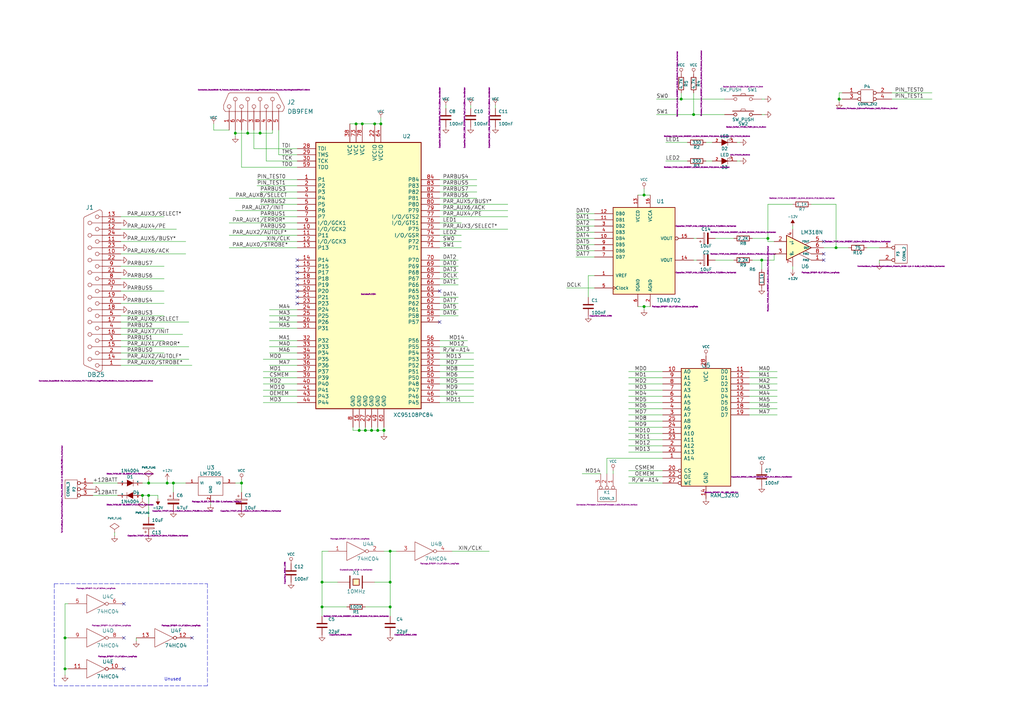
<source format=kicad_sch>
(kicad_sch (version 20211123) (generator eeschema)
  (paper "A3")
  (title_block (title "XC95108PC84 EXPERIMENTATION BOARD") (date "Sun 22 Mar 2015"))
  (junction (at 154.94 176.53) (diameter 1.016))
  (junction (at 68.58 198.12) (diameter 1.016))
  (junction (at 149.86 176.53) (diameter 1.016))
  (junction (at 148.59 50.8) (diameter 1.016))
  (junction (at 26.67 274.32) (diameter 1.016))
  (junction (at 344.17 40.64) (diameter 1.016))
  (junction (at 157.48 176.53) (diameter 1.016))
  (junction (at 152.4 176.53) (diameter 1.016))
  (junction (at 147.32 176.53) (diameter 1.016))
  (junction (at 160.02 248.92) (diameter 1.016))
  (junction (at 264.16 125.73) (diameter 1.016))
  (junction (at 101.6 54.61) (diameter 1.016))
  (junction (at 106.68 54.61) (diameter 1.016))
  (junction (at 60.96 198.12) (diameter 1.016))
  (junction (at 156.21 50.8) (diameter 1.016))
  (junction (at 71.12 198.12) (diameter 1.016))
  (junction (at 146.05 50.8) (diameter 1.016))
  (junction (at 132.08 248.92) (diameter 1.016))
  (junction (at 96.52 54.61) (diameter 1.016))
  (junction (at 342.9 101.6) (diameter 1.016))
  (junction (at 26.67 261.62) (diameter 1.016))
  (junction (at 312.42 106.68) (diameter 1.016))
  (junction (at 284.48 46.99) (diameter 1.016))
  (junction (at 160.02 226.06) (diameter 1.016))
  (junction (at 132.08 238.76) (diameter 1.016))
  (junction (at 279.4 40.64) (diameter 1.016))
  (junction (at 264.16 80.01) (diameter 1.016))
  (junction (at 314.96 97.79) (diameter 1.016))
  (junction (at 99.06 198.12) (diameter 1.016))
  (junction (at 60.96 203.2) (diameter 1.016))
  (junction (at 58.42 203.2) (diameter 1.016))
  (junction (at 160.02 238.76) (diameter 1.016))
  (junction (at 153.67 50.8) (diameter 1.016))
  (no_connect (at 121.92 119.38))
  (no_connect (at 50.8 274.32))
  (no_connect (at 337.82 106.68))
  (no_connect (at 121.92 121.92))
  (no_connect (at 180.34 132.08))
  (no_connect (at 180.34 119.38))
  (no_connect (at 121.92 114.3))
  (no_connect (at 121.92 106.68))
  (no_connect (at 337.82 99.06))
  (no_connect (at 50.8 261.62))
  (no_connect (at 121.92 111.76))
  (no_connect (at 121.92 116.84))
  (no_connect (at 78.74 261.62))
  (no_connect (at 337.82 104.14))
  (no_connect (at 121.92 109.22))
  (no_connect (at 121.92 124.46))
  (no_connect (at 50.8 247.65))
  (wire (pts (xy 105.41 73.66) (xy 121.92 73.66)))
  (wire (pts (xy 93.98 81.28) (xy 121.92 81.28)))
  (wire (pts (xy 153.67 50.8) (xy 156.21 50.8)))
  (wire (pts (xy 342.9 101.6) (xy 347.98 101.6)))
  (wire (pts (xy 121.92 83.82) (xy 106.68 83.82)))
  (wire (pts (xy 49.53 137.16) (xy 74.93 137.16)))
  (wire (pts (xy 180.34 86.36) (xy 208.28 86.36)))
  (wire (pts (xy 365.76 38.1) (xy 382.27 38.1)))
  (wire (pts (xy 243.84 95.25) (xy 236.22 95.25)))
  (wire (pts (xy 149.86 176.53) (xy 152.4 176.53)))
  (wire (pts (xy 271.78 198.12) (xy 257.81 198.12)))
  (wire (pts (xy 147.32 176.53) (xy 149.86 176.53)))
  (wire (pts (xy 307.34 152.4) (xy 318.77 152.4)))
  (wire (pts (xy 187.96 129.54) (xy 180.34 129.54)))
  (wire (pts (xy 312.42 46.99) (xy 313.69 46.99)))
  (wire (pts (xy 38.1 198.12) (xy 48.26 198.12)))
  (wire (pts (xy 121.92 147.32) (xy 107.95 147.32)))
  (wire (pts (xy 132.08 248.92) (xy 132.08 252.73)))
  (wire (pts (xy 194.31 157.48) (xy 180.34 157.48)))
  (wire (pts (xy 160.02 226.06) (xy 160.02 238.76)))
  (wire (pts (xy 271.78 172.72) (xy 257.81 172.72)))
  (wire (pts (xy 121.92 60.96) (xy 104.14 60.96)))
  (wire (pts (xy 99.06 198.12) (xy 96.52 198.12)))
  (wire (pts (xy 243.84 102.87) (xy 236.22 102.87)))
  (wire (pts (xy 264.16 127) (xy 264.16 125.73)))
  (wire (pts (xy 264.16 80.01) (xy 266.7 80.01)))
  (wire (pts (xy 96.52 54.61) (xy 96.52 55.88)))
  (wire (pts (xy 261.62 125.73) (xy 264.16 125.73)))
  (wire (pts (xy 68.58 196.85) (xy 68.58 198.12)))
  (wire (pts (xy 146.05 50.8) (xy 148.59 50.8)))
  (wire (pts (xy 187.96 127) (xy 180.34 127)))
  (wire (pts (xy 187.96 111.76) (xy 180.34 111.76)))
  (wire (pts (xy 194.31 160.02) (xy 180.34 160.02)))
  (wire (pts (xy 248.92 187.96) (xy 248.92 194.31)))
  (wire (pts (xy 271.78 182.88) (xy 257.81 182.88)))
  (wire (pts (xy 157.48 176.53) (xy 157.48 177.8)))
  (wire (pts (xy 152.4 176.53) (xy 154.94 176.53)))
  (wire (pts (xy 160.02 226.06) (xy 162.56 226.06)))
  (wire (pts (xy 292.1 58.42) (xy 289.56 58.42)))
  (wire (pts (xy 58.42 203.2) (xy 60.96 203.2)))
  (wire (pts (xy 246.38 194.31) (xy 238.76 194.31)))
  (wire (pts (xy 271.78 152.4) (xy 257.81 152.4)))
  (wire (pts (xy 194.31 162.56) (xy 180.34 162.56)))
  (wire (pts (xy 345.44 40.64) (xy 344.17 40.64)))
  (wire (pts (xy 344.17 38.1) (xy 345.44 38.1)))
  (wire (pts (xy 121.92 88.9) (xy 106.68 88.9)))
  (wire (pts (xy 193.04 43.18) (xy 193.04 44.45)))
  (wire (pts (xy 308.61 97.79) (xy 314.96 97.79)))
  (wire (pts (xy 106.68 99.06) (xy 121.92 99.06)))
  (wire (pts (xy 191.77 142.24) (xy 180.34 142.24)))
  (wire (pts (xy 317.5 99.06) (xy 314.96 99.06)))
  (wire (pts (xy 365.76 40.64) (xy 382.27 40.64)))
  (wire (pts (xy 279.4 38.1) (xy 279.4 40.64)))
  (wire (pts (xy 96.52 53.34) (xy 96.52 54.61)))
  (wire (pts (xy 121.92 93.98) (xy 106.68 93.98)))
  (wire (pts (xy 67.31 114.3) (xy 49.53 114.3)))
  (wire (pts (xy 241.3 113.03) (xy 241.3 121.92)))
  (wire (pts (xy 71.12 198.12) (xy 71.12 201.93)))
  (wire (pts (xy 271.78 193.04) (xy 257.81 193.04)))
  (wire (pts (xy 101.6 54.61) (xy 106.68 54.61)))
  (wire (pts (xy 26.67 247.65) (xy 26.67 261.62)))
  (wire (pts (xy 279.4 40.64) (xy 297.18 40.64)))
  (wire (pts (xy 49.53 99.06) (xy 76.2 99.06)))
  (wire (pts (xy 314.96 83.82) (xy 314.96 97.79)))
  (wire (pts (xy 261.62 80.01) (xy 264.16 80.01)))
  (wire (pts (xy 292.1 66.04) (xy 289.56 66.04)))
  (wire (pts (xy 110.49 149.86) (xy 121.92 149.86)))
  (wire (pts (xy 121.92 162.56) (xy 107.95 162.56)))
  (wire (pts (xy 99.06 53.34) (xy 99.06 68.58)))
  (wire (pts (xy 110.49 127) (xy 121.92 127)))
  (wire (pts (xy 160.02 248.92) (xy 149.86 248.92)))
  (wire (pts (xy 99.06 68.58) (xy 121.92 68.58)))
  (wire (pts (xy 106.68 54.61) (xy 106.68 53.34)))
  (wire (pts (xy 307.34 160.02) (xy 318.77 160.02)))
  (wire (pts (xy 194.31 149.86) (xy 180.34 149.86)))
  (wire (pts (xy 293.37 97.79) (xy 300.99 97.79)))
  (wire (pts (xy 187.96 121.92) (xy 180.34 121.92)))
  (wire (pts (xy 87.63 53.34) (xy 93.98 53.34)))
  (wire (pts (xy 187.96 124.46) (xy 180.34 124.46)))
  (wire (pts (xy 194.31 154.94) (xy 180.34 154.94)))
  (wire (pts (xy 105.41 76.2) (xy 121.92 76.2)))
  (wire (pts (xy 64.77 203.2) (xy 64.77 204.47)))
  (wire (pts (xy 96.52 54.61) (xy 101.6 54.61)))
  (wire (pts (xy 152.4 175.26) (xy 152.4 176.53)))
  (wire (pts (xy 243.84 92.71) (xy 236.22 92.71)))
  (wire (pts (xy 144.78 176.53) (xy 147.32 176.53)))
  (wire (pts (xy 180.34 83.82) (xy 208.28 83.82)))
  (wire (pts (xy 303.53 66.04) (xy 302.26 66.04)))
  (wire (pts (xy 121.92 96.52) (xy 93.98 96.52)))
  (wire (pts (xy 110.49 129.54) (xy 121.92 129.54)))
  (wire (pts (xy 96.52 86.36) (xy 121.92 86.36)))
  (wire (pts (xy 302.26 58.42) (xy 303.53 58.42)))
  (wire (pts (xy 243.84 90.17) (xy 236.22 90.17)))
  (wire (pts (xy 160.02 238.76) (xy 160.02 248.92)))
  (wire (pts (xy 67.31 119.38) (xy 49.53 119.38)))
  (wire (pts (xy 189.23 101.6) (xy 180.34 101.6)))
  (wire (pts (xy 271.78 187.96) (xy 248.92 187.96)))
  (wire (pts (xy 121.92 157.48) (xy 107.95 157.48)))
  (wire (pts (xy 243.84 118.11) (xy 232.41 118.11)))
  (wire (pts (xy 26.67 261.62) (xy 26.67 274.32)))
  (wire (pts (xy 49.53 104.14) (xy 76.2 104.14)))
  (wire (pts (xy 314.96 83.82) (xy 325.12 83.82)))
  (wire (pts (xy 195.58 76.2) (xy 180.34 76.2)))
  (wire (pts (xy 180.34 88.9) (xy 208.28 88.9)))
  (wire (pts (xy 121.92 66.04) (xy 109.22 66.04)))
  (wire (pts (xy 187.96 116.84) (xy 180.34 116.84)))
  (wire (pts (xy 307.34 165.1) (xy 318.77 165.1)))
  (polyline (pts (xy 22.225 239.395) (xy 22.225 281.305)))
  (polyline (pts (xy 22.225 239.395) (xy 85.09 239.395)))
  (polyline (pts (xy 85.09 239.395) (xy 85.09 281.305)))
  (polyline (pts (xy 85.09 281.305) (xy 22.225 281.305)))
  (wire (pts (xy 312.42 106.68) (xy 317.5 106.68)))
  (wire (pts (xy 195.58 78.74) (xy 180.34 78.74)))
  (wire (pts (xy 67.31 124.46) (xy 49.53 124.46)))
  (wire (pts (xy 271.78 175.26) (xy 257.81 175.26)))
  (wire (pts (xy 271.78 160.02) (xy 257.81 160.02)))
  (wire (pts (xy 121.92 165.1) (xy 107.95 165.1)))
  (wire (pts (xy 132.08 238.76) (xy 132.08 248.92)))
  (wire (pts (xy 195.58 73.66) (xy 180.34 73.66)))
  (wire (pts (xy 49.53 93.98) (xy 72.39 93.98)))
  (wire (pts (xy 308.61 106.68) (xy 312.42 106.68)))
  (wire (pts (xy 281.94 58.42) (xy 273.05 58.42)))
  (wire (pts (xy 99.06 196.85) (xy 99.06 198.12)))
  (wire (pts (xy 114.3 63.5) (xy 114.3 53.34)))
  (wire (pts (xy 180.34 93.98) (xy 208.28 93.98)))
  (wire (pts (xy 121.92 160.02) (xy 107.95 160.02)))
  (wire (pts (xy 313.69 40.64) (xy 312.42 40.64)))
  (wire (pts (xy 67.31 129.54) (xy 49.53 129.54)))
  (wire (pts (xy 49.53 142.24) (xy 77.47 142.24)))
  (wire (pts (xy 67.31 109.22) (xy 49.53 109.22)))
  (wire (pts (xy 147.32 175.26) (xy 147.32 176.53)))
  (wire (pts (xy 67.31 134.62) (xy 49.53 134.62)))
  (wire (pts (xy 271.78 157.48) (xy 257.81 157.48)))
  (wire (pts (xy 142.24 248.92) (xy 132.08 248.92)))
  (wire (pts (xy 185.42 226.06) (xy 200.66 226.06)))
  (wire (pts (xy 271.78 180.34) (xy 257.81 180.34)))
  (wire (pts (xy 71.12 198.12) (xy 76.2 198.12)))
  (wire (pts (xy 67.31 88.9) (xy 49.53 88.9)))
  (wire (pts (xy 60.96 198.12) (xy 68.58 198.12)))
  (wire (pts (xy 317.5 106.68) (xy 317.5 104.14)))
  (wire (pts (xy 195.58 81.28) (xy 180.34 81.28)))
  (wire (pts (xy 182.88 44.45) (xy 182.88 43.18)))
  (wire (pts (xy 48.26 203.2) (xy 38.1 203.2)))
  (wire (pts (xy 149.86 175.26) (xy 149.86 176.53)))
  (wire (pts (xy 153.67 238.76) (xy 160.02 238.76)))
  (wire (pts (xy 337.82 101.6) (xy 342.9 101.6)))
  (wire (pts (xy 187.96 114.3) (xy 180.34 114.3)))
  (wire (pts (xy 101.6 53.34) (xy 101.6 54.61)))
  (wire (pts (xy 46.99 219.71) (xy 46.99 218.44)))
  (wire (pts (xy 189.23 91.44) (xy 180.34 91.44)))
  (wire (pts (xy 187.96 109.22) (xy 180.34 109.22)))
  (wire (pts (xy 67.31 144.78) (xy 49.53 144.78)))
  (wire (pts (xy 325.12 110.49) (xy 325.12 109.22)))
  (wire (pts (xy 60.96 196.85) (xy 60.96 198.12)))
  (wire (pts (xy 58.42 204.47) (xy 58.42 203.2)))
  (wire (pts (xy 58.42 198.12) (xy 60.96 198.12)))
  (wire (pts (xy 157.48 175.26) (xy 157.48 176.53)))
  (wire (pts (xy 148.59 50.8) (xy 153.67 50.8)))
  (wire (pts (xy 203.2 43.18) (xy 203.2 44.45)))
  (wire (pts (xy 132.08 226.06) (xy 132.08 238.76)))
  (wire (pts (xy 160.02 248.92) (xy 160.02 252.73)))
  (wire (pts (xy 271.78 195.58) (xy 257.81 195.58)))
  (wire (pts (xy 55.88 262.89) (xy 55.88 261.62)))
  (wire (pts (xy 132.08 238.76) (xy 138.43 238.76)))
  (wire (pts (xy 121.92 152.4) (xy 107.95 152.4)))
  (wire (pts (xy 87.63 53.34) (xy 87.63 50.8)))
  (wire (pts (xy 285.75 97.79) (xy 284.48 97.79)))
  (wire (pts (xy 271.78 167.64) (xy 257.81 167.64)))
  (wire (pts (xy 344.17 38.1) (xy 344.17 40.64)))
  (wire (pts (xy 269.24 40.64) (xy 279.4 40.64)))
  (wire (pts (xy 49.53 147.32) (xy 77.47 147.32)))
  (wire (pts (xy 121.92 91.44) (xy 93.98 91.44)))
  (wire (pts (xy 60.96 203.2) (xy 64.77 203.2)))
  (wire (pts (xy 121.92 63.5) (xy 114.3 63.5)))
  (wire (pts (xy 332.74 83.82) (xy 342.9 83.82)))
  (wire (pts (xy 194.31 144.78) (xy 180.34 144.78)))
  (wire (pts (xy 307.34 170.18) (xy 318.77 170.18)))
  (wire (pts (xy 121.92 154.94) (xy 107.95 154.94)))
  (wire (pts (xy 307.34 154.94) (xy 318.77 154.94)))
  (wire (pts (xy 355.6 101.6) (xy 360.68 101.6)))
  (wire (pts (xy 243.84 113.03) (xy 241.3 113.03)))
  (wire (pts (xy 143.51 50.8) (xy 146.05 50.8)))
  (wire (pts (xy 60.96 203.2) (xy 60.96 212.09)))
  (wire (pts (xy 271.78 177.8) (xy 257.81 177.8)))
  (wire (pts (xy 110.49 139.7) (xy 121.92 139.7)))
  (wire (pts (xy 110.49 142.24) (xy 121.92 142.24)))
  (wire (pts (xy 307.34 162.56) (xy 318.77 162.56)))
  (wire (pts (xy 111.76 54.61) (xy 111.76 53.34)))
  (wire (pts (xy 26.67 247.65) (xy 27.94 247.65)))
  (wire (pts (xy 109.22 66.04) (xy 109.22 53.34)))
  (wire (pts (xy 271.78 170.18) (xy 257.81 170.18)))
  (wire (pts (xy 271.78 165.1) (xy 257.81 165.1)))
  (wire (pts (xy 106.68 54.61) (xy 111.76 54.61)))
  (wire (pts (xy 300.99 106.68) (xy 293.37 106.68)))
  (wire (pts (xy 194.31 165.1) (xy 180.34 165.1)))
  (wire (pts (xy 284.48 46.99) (xy 297.18 46.99)))
  (wire (pts (xy 104.14 60.96) (xy 104.14 53.34)))
  (wire (pts (xy 360.68 107.95) (xy 360.68 106.68)))
  (wire (pts (xy 243.84 100.33) (xy 236.22 100.33)))
  (wire (pts (xy 154.94 176.53) (xy 157.48 176.53)))
  (wire (pts (xy 243.84 105.41) (xy 236.22 105.41)))
  (wire (pts (xy 156.21 50.8) (xy 156.21 48.26)))
  (wire (pts (xy 99.06 198.12) (xy 99.06 201.93)))
  (wire (pts (xy 93.98 101.6) (xy 121.92 101.6)))
  (wire (pts (xy 194.31 147.32) (xy 180.34 147.32)))
  (wire (pts (xy 121.92 78.74) (xy 106.68 78.74)))
  (wire (pts (xy 344.17 40.64) (xy 344.17 41.91)))
  (wire (pts (xy 271.78 185.42) (xy 257.81 185.42)))
  (wire (pts (xy 264.16 125.73) (xy 266.7 125.73)))
  (wire (pts (xy 26.67 274.32) (xy 26.67 276.86)))
  (wire (pts (xy 49.53 132.08) (xy 77.47 132.08)))
  (wire (pts (xy 110.49 144.78) (xy 121.92 144.78)))
  (wire (pts (xy 189.23 99.06) (xy 180.34 99.06)))
  (wire (pts (xy 194.31 152.4) (xy 180.34 152.4)))
  (wire (pts (xy 312.42 106.68) (xy 312.42 110.49)))
  (wire (pts (xy 314.96 97.79) (xy 314.96 99.06)))
  (wire (pts (xy 325.12 92.71) (xy 325.12 93.98)))
  (wire (pts (xy 271.78 162.56) (xy 257.81 162.56)))
  (wire (pts (xy 187.96 106.68) (xy 180.34 106.68)))
  (wire (pts (xy 132.08 226.06) (xy 134.62 226.06)))
  (wire (pts (xy 307.34 157.48) (xy 318.77 157.48)))
  (wire (pts (xy 110.49 134.62) (xy 121.92 134.62)))
  (wire (pts (xy 27.94 261.62) (xy 26.67 261.62)))
  (wire (pts (xy 49.53 149.86) (xy 78.74 149.86)))
  (wire (pts (xy 154.94 175.26) (xy 154.94 176.53)))
  (wire (pts (xy 157.48 226.06) (xy 160.02 226.06)))
  (wire (pts (xy 86.36 207.01) (xy 86.36 205.74)))
  (wire (pts (xy 26.67 274.32) (xy 27.94 274.32)))
  (wire (pts (xy 243.84 87.63) (xy 236.22 87.63)))
  (wire (pts (xy 264.16 80.01) (xy 264.16 77.47)))
  (wire (pts (xy 271.78 154.94) (xy 257.81 154.94)))
  (wire (pts (xy 285.75 106.68) (xy 284.48 106.68)))
  (wire (pts (xy 243.84 97.79) (xy 236.22 97.79)))
  (wire (pts (xy 191.77 139.7) (xy 180.34 139.7)))
  (wire (pts (xy 110.49 132.08) (xy 121.92 132.08)))
  (wire (pts (xy 68.58 198.12) (xy 71.12 198.12)))
  (wire (pts (xy 251.46 193.04) (xy 251.46 194.31)))
  (wire (pts (xy 189.23 96.52) (xy 180.34 96.52)))
  (wire (pts (xy 342.9 83.82) (xy 342.9 101.6)))
  (wire (pts (xy 307.34 167.64) (xy 318.77 167.64)))
  (wire (pts (xy 281.94 66.04) (xy 273.05 66.04)))
  (wire (pts (xy 144.78 175.26) (xy 144.78 176.53)))
  (wire (pts (xy 269.24 46.99) (xy 284.48 46.99)))
  (wire (pts (xy 284.48 46.99) (xy 284.48 38.1)))
  (wire (pts (xy 67.31 139.7) (xy 49.53 139.7)))
  (text "Unused" (at 67.31 279.4 0) (effects (font (size 1.27 1.27)) (justify left bottom)))
  (label "PARBUS2" (at 106.68 83.82 0) (effects (font (size 1.524 1.524))))
  (label "MA4" (at 311.15 162.56 0) (effects (font (size 1.524 1.524))))
  (label "PIN_TEST1" (at 367.03 40.64 0) (effects (font (size 1.524 1.524))))
  (label "MD1" (at 110.49 152.4 0) (effects (font (size 1.524 1.524))))
  (label "MA1" (at 114.3 139.7 0) (effects (font (size 1.524 1.524))))
  (label "PARBUS1" (at 106.68 88.9 0) (effects (font (size 1.524 1.524))))
  (label "+12BATT" (at 38.1 198.12 0) (effects (font (size 1.524 1.524))))
  (label "PAR_AUX8/SELECT" (at 52.07 132.08 0) (effects (font (size 1.524 1.524))))
  (label "MD2" (at 260.35 157.48 0) (effects (font (size 1.524 1.524))))
  (label "DAT7" (at 236.22 105.41 0) (effects (font (size 1.524 1.524))))
  (label "MD14" (at 184.15 139.7 0) (effects (font (size 1.524 1.524))))
  (label "PARBUS4" (at 181.61 73.66 0) (effects (font (size 1.524 1.524))))
  (label "MD4" (at 260.35 162.56 0) (effects (font (size 1.524 1.524))))
  (label "PARBUS5" (at 52.07 119.38 0) (effects (font (size 1.524 1.524))))
  (label "TDO" (at 115.57 68.58 0) (effects (font (size 1.524 1.524))))
  (label "TCK" (at 115.57 66.04 0) (effects (font (size 1.524 1.524))))
  (label "MD14" (at 240.03 194.31 0) (effects (font (size 1.524 1.524))))
  (label "MD2" (at 110.49 157.48 0) (effects (font (size 1.524 1.524))))
  (label "PAR_AUX7/INIT" (at 52.07 137.16 0) (effects (font (size 1.524 1.524))))
  (label "MD0" (at 110.49 147.32 0) (effects (font (size 1.524 1.524))))
  (label "DAT0" (at 181.61 109.22 0) (effects (font (size 1.524 1.524))))
  (label "OEMEM" (at 110.49 162.56 0) (effects (font (size 1.524 1.524))))
  (label "MA0" (at 114.3 142.24 0) (effects (font (size 1.524 1.524))))
  (label "XIN/CLK" (at 187.96 226.06 0) (effects (font (size 1.524 1.524))))
  (label "LED1" (at 181.61 91.44 0) (effects (font (size 1.524 1.524))))
  (label "SW1" (at 269.24 46.99 0) (effects (font (size 1.524 1.524))))
  (label "CSMEM" (at 110.49 154.94 0) (effects (font (size 1.524 1.524))))
  (label "DCLK" (at 232.41 118.11 0) (effects (font (size 1.524 1.524))))
  (label "MD9" (at 182.88 160.02 0) (effects (font (size 1.524 1.524))))
  (label "SW1" (at 181.61 101.6 0) (effects (font (size 1.524 1.524))))
  (label "PAR_AUX5/BUSY*" (at 52.07 99.06 0) (effects (font (size 1.524 1.524))))
  (label "MA6" (at 114.3 144.78 0) (effects (font (size 1.524 1.524))))
  (label "PAR_AUX7/INIT" (at 99.06 86.36 0) (effects (font (size 1.524 1.524))))
  (label "PAR_AUX5/BUSY*" (at 181.61 83.82 0) (effects (font (size 1.524 1.524))))
  (label "MA2" (at 311.15 157.48 0) (effects (font (size 1.524 1.524))))
  (label "PARBUS6" (at 181.61 81.28 0) (effects (font (size 1.524 1.524))))
  (label "MA0" (at 311.15 152.4 0) (effects (font (size 1.524 1.524))))
  (label "MA4" (at 114.3 127 0) (effects (font (size 1.524 1.524))))
  (label "PARBUS0" (at 106.68 93.98 0) (effects (font (size 1.524 1.524))))
  (label "DAT5" (at 236.22 100.33 0) (effects (font (size 1.524 1.524))))
  (label "OEMEM" (at 260.35 195.58 0) (effects (font (size 1.524 1.524))))
  (label "PAR_AUX6/ACK" (at 181.61 86.36 0) (effects (font (size 1.524 1.524))))
  (label "MD5" (at 260.35 165.1 0) (effects (font (size 1.524 1.524))))
  (label "PARBUS2" (at 52.07 134.62 0) (effects (font (size 1.524 1.524))))
  (label "-12BATT" (at 38.1 203.2 0) (effects (font (size 1.524 1.524))))
  (label "MA6" (at 311.15 167.64 0) (effects (font (size 1.524 1.524))))
  (label "DAT7" (at 181.61 124.46 0) (effects (font (size 1.524 1.524))))
  (label "MA5" (at 311.15 165.1 0) (effects (font (size 1.524 1.524))))
  (label "PARBUS3" (at 106.68 78.74 0) (effects (font (size 1.524 1.524))))
  (label "DAT0" (at 236.22 87.63 0) (effects (font (size 1.524 1.524))))
  (label "MD9" (at 260.35 175.26 0) (effects (font (size 1.524 1.524))))
  (label "PIN_TEST1" (at 105.41 76.2 0) (effects (font (size 1.524 1.524))))
  (label "PARBUS3" (at 52.07 129.54 0) (effects (font (size 1.524 1.524))))
  (label "PARBUS7" (at 181.61 78.74 0) (effects (font (size 1.524 1.524))))
  (label "MD13" (at 182.88 147.32 0) (effects (font (size 1.524 1.524))))
  (label "PARBUS4" (at 52.07 124.46 0) (effects (font (size 1.524 1.524))))
  (label "PAR_AUX8/SELECT" (at 96.52 81.28 0) (effects (font (size 1.524 1.524))))
  (label "DAT3" (at 181.61 111.76 0) (effects (font (size 1.524 1.524))))
  (label "PAR_AUX3/SELECT*" (at 181.61 93.98 0) (effects (font (size 1.524 1.524))))
  (label "DAT1" (at 236.22 90.17 0) (effects (font (size 1.524 1.524))))
  (label "PAR_AUX6/ACK" (at 52.07 104.14 0) (effects (font (size 1.524 1.524))))
  (label "DAT4" (at 181.61 121.92 0) (effects (font (size 1.524 1.524))))
  (label "R/W-A14" (at 181.61 144.78 0) (effects (font (size 1.524 1.524))))
  (label "PAR_AUX3/SELECT*" (at 52.07 88.9 0) (effects (font (size 1.524 1.524))))
  (label "MD3" (at 260.35 160.02 0) (effects (font (size 1.524 1.524))))
  (label "DAT4" (at 236.22 97.79 0) (effects (font (size 1.524 1.524))))
  (label "MD0" (at 260.35 152.4 0) (effects (font (size 1.524 1.524))))
  (label "PARBUS0" (at 52.07 144.78 0) (effects (font (size 1.524 1.524))))
  (label "LED2" (at 273.05 66.04 0) (effects (font (size 1.524 1.524))))
  (label "MA3" (at 311.15 160.02 0) (effects (font (size 1.524 1.524))))
  (label "PAR_AUX4/PE" (at 181.61 88.9 0) (effects (font (size 1.524 1.524))))
  (label "MA7" (at 114.3 149.86 0) (effects (font (size 1.524 1.524))))
  (label "LED2" (at 181.61 96.52 0) (effects (font (size 1.524 1.524))))
  (label "MA7" (at 311.15 170.18 0) (effects (font (size 1.524 1.524))))
  (label "PARBUS7" (at 52.07 109.22 0) (effects (font (size 1.524 1.524))))
  (label "MD7" (at 182.88 149.86 0) (effects (font (size 1.524 1.524))))
  (label "DAT5" (at 181.61 127 0) (effects (font (size 1.524 1.524))))
  (label "PARBUS6" (at 52.07 114.3 0) (effects (font (size 1.524 1.524))))
  (label "DAT6" (at 181.61 129.54 0) (effects (font (size 1.524 1.524))))
  (label "MD7" (at 260.35 170.18 0) (effects (font (size 1.524 1.524))))
  (label "DAT3" (at 236.22 95.25 0) (effects (font (size 1.524 1.524))))
  (label "DAT1" (at 181.61 116.84 0) (effects (font (size 1.524 1.524))))
  (label "PAR_AUX2/AUTOLF*" (at 52.07 147.32 0) (effects (font (size 1.524 1.524))))
  (label "MD1" (at 260.35 154.94 0) (effects (font (size 1.524 1.524))))
  (label "MA5" (at 114.3 134.62 0) (effects (font (size 1.524 1.524))))
  (label "PARBUS5" (at 181.61 76.2 0) (effects (font (size 1.524 1.524))))
  (label "MA2" (at 114.3 132.08 0) (effects (font (size 1.524 1.524))))
  (label "MD4" (at 182.88 162.56 0) (effects (font (size 1.524 1.524))))
  (label "MD11" (at 260.35 180.34 0) (effects (font (size 1.524 1.524))))
  (label "PAR_AUX2/AUTOLF*" (at 95.25 96.52 0) (effects (font (size 1.524 1.524))))
  (label "PIN_TEST0" (at 105.41 73.66 0) (effects (font (size 1.524 1.524))))
  (label "MD6" (at 182.88 154.94 0) (effects (font (size 1.524 1.524))))
  (label "MD8" (at 182.88 152.4 0) (effects (font (size 1.524 1.524))))
  (label "MD8" (at 260.35 172.72 0) (effects (font (size 1.524 1.524))))
  (label "TDI" (at 115.57 60.96 0) (effects (font (size 1.524 1.524))))
  (label "MD6" (at 260.35 167.64 0) (effects (font (size 1.524 1.524))))
  (label "SW0" (at 181.61 99.06 0) (effects (font (size 1.524 1.524))))
  (label "DAT2" (at 236.22 92.71 0) (effects (font (size 1.524 1.524))))
  (label "MD5" (at 182.88 157.48 0) (effects (font (size 1.524 1.524))))
  (label "MD12" (at 260.35 182.88 0) (effects (font (size 1.524 1.524))))
  (label "MD12" (at 184.15 142.24 0) (effects (font (size 1.524 1.524))))
  (label "MD10" (at 260.35 177.8 0) (effects (font (size 1.524 1.524))))
  (label "MD13" (at 260.35 185.42 0) (effects (font (size 1.524 1.524))))
  (label "PAR_AUX1/ERROR*" (at 95.25 91.44 0) (effects (font (size 1.524 1.524))))
  (label "PAR_AUX1/ERROR*" (at 52.07 142.24 0) (effects (font (size 1.524 1.524))))
  (label "MA1" (at 311.15 154.94 0) (effects (font (size 1.524 1.524))))
  (label "LED1" (at 273.05 58.42 0) (effects (font (size 1.524 1.524))))
  (label "R/W-A14" (at 259.08 198.12 0) (effects (font (size 1.524 1.524))))
  (label "PARBUS1" (at 52.07 139.7 0) (effects (font (size 1.524 1.524))))
  (label "CSMEM" (at 260.35 193.04 0) (effects (font (size 1.524 1.524))))
  (label "PAR_AUX0/STROBE*" (at 52.07 149.86 0) (effects (font (size 1.524 1.524))))
  (label "XIN/CLK" (at 109.22 99.06 0) (effects (font (size 1.524 1.524))))
  (label "MD10" (at 110.49 160.02 0) (effects (font (size 1.524 1.524))))
  (label "SW0" (at 269.24 40.64 0) (effects (font (size 1.524 1.524))))
  (label "DAT6" (at 236.22 102.87 0) (effects (font (size 1.524 1.524))))
  (label "DAT2" (at 181.61 106.68 0) (effects (font (size 1.524 1.524))))
  (label "PAR_AUX0/STROBE*" (at 95.25 101.6 0) (effects (font (size 1.524 1.524))))
  (label "PIN_TEST0" (at 367.03 38.1 0) (effects (font (size 1.524 1.524))))
  (label "MA3" (at 114.3 129.54 0) (effects (font (size 1.524 1.524))))
  (label "DCLK" (at 181.61 114.3 0) (effects (font (size 1.524 1.524))))
  (label "MD3" (at 110.49 165.1 0) (effects (font (size 1.524 1.524))))
  (label "TMS" (at 115.57 63.5 0) (effects (font (size 1.524 1.524))))
  (label "MD11" (at 182.88 165.1 0) (effects (font (size 1.524 1.524))))
  (label "PAR_AUX4/PE" (at 52.07 93.98 0) (effects (font (size 1.524 1.524))))
  (symbol (lib_id "carte_test_schlib:TDA8702") (at 264.16 102.87 0) (unit 1)
    (property "Reference" "U1" (at 269.24 82.55 0) (effects (font (size 1.524 1.524)) (justify left)))
    (property "Value" "TDA8702" (at 269.24 123.19 0) (effects (font (size 1.524 1.524)) (justify left)))
    (property "Footprint" "Package_DIP:DIP-16_W7.62mm_Socket_LongPads" (at 276.86 125.73 0) (effects (font (size 0.508 0.508))))
  )
  (symbol (lib_id "carte_test_schlib:VCC") (at 264.16 77.47 0) (unit 1)
    (property "Reference" "#PWR046" (effects hide))
    (property "Value" "VCC" (at 264.16 73.66 0) (effects (font (size 1.016 1.016))))
  )
  (symbol (lib_id "carte_test_schlib:GND") (at 132.08 260.35 0) (unit 1)
    (property "Reference" "#PWR048" (effects hide))
    (property "Value" "GND" (effects hide))
  )
  (symbol (lib_id "carte_test_schlib:GND") (at 264.16 127 0) (unit 1)
    (property "Reference" "#PWR044" (effects hide))
    (property "Value" "GND" (effects hide))
  )
  (symbol (lib_id "carte_test_schlib:C") (at 241.3 125.73 0) (unit 1)
    (property "Reference" "C1" (at 242.57 123.19 0) (effects (justify left)))
    (property "Value" "100nF" (at 242.57 128.27 0) (effects (justify left)))
    (property "Footprint" "Capacitors_SMD:C_1206" (at 246.38 129.54 0) (effects (font (size 0.508 0.508))))
  )
  (symbol (lib_id "carte_test_schlib:GND") (at 241.3 129.54 0) (unit 1)
    (property "Reference" "#PWR043" (effects hide))
    (property "Value" "GND" (effects hide))
  )
  (symbol (lib_id "carte_test_schlib:CP") (at 289.56 106.68 90) (unit 1)
    (property "Reference" "C2" (at 289.56 102.87 90) (effects (justify bottom)))
    (property "Value" "10uF" (at 289.56 110.49 90))
    (property "Footprint" "Capacitor_THT:CP_Axial_L10.0mm_D4.5mm_P15.00mm_Horizontal" (at 289.56 111.76 90) (effects (font (size 0.508 0.508))))
  )
  (symbol (lib_id "carte_test_schlib:CP") (at 99.06 205.74 0) (unit 1)
    (property "Reference" "C3" (at 100.33 203.2 0) (effects (justify left)))
    (property "Value" "10uF" (at 100.33 208.28 0) (effects (justify left)))
    (property "Footprint" "Capacitor_THT:CP_Axial_L10.0mm_D4.5mm_P15.00mm_Horizontal" (at 102.87 209.55 0) (effects (font (size 0.508 0.508))))
  )
  (symbol (lib_id "carte_test_schlib:GND") (at 99.06 209.55 0) (unit 1)
    (property "Reference" "#PWR042" (effects hide))
    (property "Value" "GND" (effects hide))
  )
  (symbol (lib_id "carte_test_schlib:GND") (at 96.52 55.88 0) (unit 1)
    (property "Reference" "#PWR040" (effects hide))
    (property "Value" "GND" (effects hide))
  )
  (symbol (lib_id "carte_test_schlib:CRYSTAL") (at 146.05 238.76 0) (unit 1)
    (property "Reference" "X1" (at 146.05 234.95 0) (effects (font (size 1.524 1.524))))
    (property "Value" "10MHz" (at 146.05 242.57 0) (effects (font (size 1.524 1.524))))
    (property "Footprint" "Crystal:Crystal_HC18-U_Horizontal" (at 146.05 233.68 0) (effects (font (size 0.508 0.508))))
  )
  (symbol (lib_id "carte_test_schlib:C") (at 160.02 256.54 0) (unit 1)
    (property "Reference" "C4" (at 162.56 254 0) (effects (justify left)))
    (property "Value" "22pF" (at 162.56 259.08 0) (effects (justify left)))
    (property "Footprint" "Capacitors_SMD:C_1206" (at 166.37 260.35 0) (effects (font (size 0.508 0.508))))
  )
  (symbol (lib_id "carte_test_schlib:R") (at 146.05 248.92 270) (unit 1)
    (property "Reference" "R1" (at 146.05 250.952 90))
    (property "Value" "100K" (at 146.05 248.92 90))
    (property "Footprint" "Resistor_THT:R_Axial_DIN0207_L6.3mm_D2.5mm_P10.16mm_Horizontal" (at 146.05 252.73 90) (effects (font (size 0.508 0.508))))
  )
  (symbol (lib_id "carte_test_schlib:LM7805") (at 86.36 199.39 0) (unit 1)
    (property "Reference" "U3" (at 86.36 191.77 0) (effects (font (size 1.524 1.524))))
    (property "Value" "LM7805" (at 86.36 194.31 0) (effects (font (size 1.524 1.524))))
    (property "Footprint" "Package_TO_SOT_THT:TO-220-3_Horizontal_TabDown" (at 88.9 205.74 0) (effects (font (size 0.508 0.508))))
  )
  (symbol (lib_id "carte_test_schlib:GND") (at 86.36 207.01 0) (unit 1)
    (property "Reference" "#PWR038" (effects hide))
    (property "Value" "GND" (effects hide))
  )
  (symbol (lib_id "carte_test_schlib:VCC") (at 99.06 196.85 0) (unit 1)
    (property "Reference" "#PWR037" (effects hide))
    (property "Value" "VCC" (at 99.06 193.04 0) (effects (font (size 1.016 1.016))))
  )
  (symbol (lib_id "carte_test_schlib:CONN_3") (at 29.21 200.66 0) (mirror y) (unit 1)
    (property "Reference" "P2" (at 30.4292 200.66 90) (effects (font (size 1.016 1.016))))
    (property "Value" "CONN_3" (at 27.94 200.66 90) (effects (font (size 1.016 1.016))))
    (property "Footprint" "TerminalBlock_Phoenix:TerminalBlock_Phoenix_MKDS-1,5-3-5.08_1x03_P5.08mm_Horizontal" (at 25.4 200.66 90) (effects (font (size 0.508 0.508))))
  )
  (symbol (lib_id "carte_test_schlib:GND") (at 38.1 200.66 90) (unit 1)
    (property "Reference" "#PWR036" (effects hide))
    (property "Value" "GND" (effects hide))
  )
  (symbol (lib_id "carte_test_schlib:DIODE") (at 53.34 198.12 0) (unit 1)
    (property "Reference" "D1" (at 53.34 195.58 0))
    (property "Value" "1N4004" (at 53.34 193.04 0))
    (property "Footprint" "Diode_THT:D_DO-35_SOD27_P12.70mm_Horizontal" (at 53.34 194.31 0) (effects (font (size 0.508 0.508))))
  )
  (symbol (lib_id "carte_test_schlib:CP") (at 71.12 205.74 0) (unit 1)
    (property "Reference" "C6" (at 72.39 203.2 0) (effects (justify left)))
    (property "Value" "47uF" (at 72.39 208.28 0) (effects (justify left)))
    (property "Footprint" "Capacitor_THT:CP_Axial_L10.0mm_D4.5mm_P15.00mm_Horizontal" (at 74.93 209.55 0) (effects (font (size 0.508 0.508))))
  )
  (symbol (lib_id "carte_test_schlib:GND") (at 71.12 209.55 0) (unit 1)
    (property "Reference" "#PWR035" (effects hide))
    (property "Value" "GND" (effects hide))
  )
  (symbol (lib_id "carte_test_schlib:CONN_2") (at 369.57 104.14 0) (unit 1)
    (property "Reference" "P3" (at 368.3 104.14 90) (effects (font (size 1.016 1.016))))
    (property "Value" "CONN_2" (at 370.84 104.14 90) (effects (font (size 1.016 1.016))))
    (property "Footprint" "TerminalBlock_Phoenix:TerminalBlock_Phoenix_MKDS-1,5-2-5.08_1x02_P5.08mm_Horizontal" (at 369.57 109.22 0) (effects (font (size 0.508 0.508))))
  )
  (symbol (lib_id "carte_test_schlib:PWR_FLAG") (at 46.99 218.44 0) (unit 1)
    (property "Reference" "#FLG032" (effects hide))
    (property "Value" "PWR_FLAG" (at 46.99 212.598 0) (effects (font (size 0.762 0.762))))
  )
  (symbol (lib_id "carte_test_schlib:74HC04") (at 146.05 226.06 0) (unit 1)
    (property "Reference" "U4" (at 151.003 223.139 0) (effects (font (size 1.524 1.524))))
    (property "Value" "74HC04" (at 150.876 229.2096 0) (effects (font (size 1.524 1.524))))
    (property "Footprint" "Package_DIP:DIP-14_W7.62mm_LongPads" (at 143.51 220.98 0) (effects (font (size 0.508 0.508))))
  )
  (symbol (lib_id "carte_test_schlib:74HC04") (at 173.99 226.06 0) (unit 2)
    (property "Reference" "U4" (at 178.943 223.139 0) (effects (font (size 1.524 1.524))))
    (property "Value" "74HC04" (at 178.816 229.2096 0) (effects (font (size 1.524 1.524))))
    (property "Footprint" "Package_DIP:DIP-14_W7.62mm_LongPads" (at 180.34 231.14 0) (effects (font (size 0.508 0.508))))
  )
  (symbol (lib_id "carte_test_schlib:74HC04") (at 39.37 247.65 0) (unit 3)
    (property "Reference" "U4" (at 44.323 244.729 0) (effects (font (size 1.524 1.524))))
    (property "Value" "74HC04" (at 44.196 250.7996 0) (effects (font (size 1.524 1.524))))
    (property "Footprint" "Package_DIP:DIP-14_W7.62mm_LongPads" (at 39.37 241.3 0) (effects (font (size 0.508 0.508))))
  )
  (symbol (lib_id "carte_test_schlib:74HC04") (at 39.37 261.62 0) (unit 4)
    (property "Reference" "U4" (at 44.323 258.699 0) (effects (font (size 1.524 1.524))))
    (property "Value" "74HC04" (at 44.196 264.7696 0) (effects (font (size 1.524 1.524))))
    (property "Footprint" "Package_DIP:DIP-14_W7.62mm_LongPads" (at 45.72 256.54 0) (effects (font (size 0.508 0.508))))
  )
  (symbol (lib_id "carte_test_schlib:74HC04") (at 39.37 274.32 0) (unit 5)
    (property "Reference" "U4" (at 44.323 271.399 0) (effects (font (size 1.524 1.524))))
    (property "Value" "74HC04" (at 44.196 277.4696 0) (effects (font (size 1.524 1.524))))
    (property "Footprint" "Package_DIP:DIP-14_W7.62mm_LongPads" (at 48.26 269.24 0) (effects (font (size 0.508 0.508))))
  )
  (symbol (lib_id "carte_test_schlib:74HC04") (at 67.31 261.62 0) (unit 6)
    (property "Reference" "U4" (at 72.263 258.699 0) (effects (font (size 1.524 1.524))))
    (property "Value" "74HC04" (at 72.136 264.7696 0) (effects (font (size 1.524 1.524))))
    (property "Footprint" "Package_DIP:DIP-14_W7.62mm_LongPads" (at 74.295 256.54 0) (effects (font (size 0.508 0.508))))
  )
  (symbol (lib_id "carte_test_schlib:GND") (at 26.67 276.86 0) (unit 1)
    (property "Reference" "#PWR031" (effects hide))
    (property "Value" "GND" (effects hide))
  )
  (symbol (lib_id "carte_test_schlib:GND") (at 55.88 262.89 0) (unit 1)
    (property "Reference" "#PWR030" (effects hide))
    (property "Value" "GND" (effects hide))
  )
  (symbol (lib_id "carte_test_schlib:RAM_32KO") (at 289.56 172.72 0) (unit 1)
    (property "Reference" "U5" (at 289.56 149.86 0) (effects (font (size 1.778 1.778))))
    (property "Value" "RAM_32KO" (at 297.18 203.2 0) (effects (font (size 1.524 1.524))))
    (property "Footprint" "Sockets_DIP:DIP-28__300__600_ELL" (at 295.91 201.93 0) (effects (font (size 0.508 0.508))))
  )
  (symbol (lib_id "carte_test_schlib:CONN_3") (at 248.92 203.2 270) (unit 1)
    (property "Reference" "K1" (at 248.92 201.93 90))
    (property "Value" "CONN_3" (at 248.92 204.47 90) (effects (font (size 1.016 1.016))))
    (property "Footprint" "Connector_PinHeader_2.54mm:PinHeader_1x03_P2.54mm_Vertical" (at 248.92 207.01 90) (effects (font (size 0.508 0.508))))
  )
  (symbol (lib_id "carte_test_schlib:VCC") (at 251.46 193.04 0) (unit 1)
    (property "Reference" "#PWR029" (effects hide))
    (property "Value" "VCC" (at 251.46 189.23 0) (effects (font (size 1.016 1.016))))
  )
  (symbol (lib_id "carte_test_schlib:DB25") (at 38.1 119.38 0) (mirror y) (unit 1)
    (property "Reference" "J1" (at 36.83 85.09 0) (effects (font (size 1.778 1.778))))
    (property "Value" "DB25" (at 39.37 153.67 0) (effects (font (size 1.778 1.778))))
    (property "Footprint" "Connector_Dsub:DSUB-25_Female_Horizontal_P2.77x2.84mm_EdgePinOffset9.90mm_Housed_MountingHolesOffset11.32mm" (at 39.37 156.21 0) (effects (font (size 0.508 0.508))))
  )
  (symbol (lib_id "carte_test_schlib:GND") (at 49.53 91.44 90) (unit 1)
    (property "Reference" "#PWR028" (effects hide))
    (property "Value" "GND" (effects hide))
  )
  (symbol (lib_id "carte_test_schlib:C") (at 119.38 234.95 0) (unit 1)
    (property "Reference" "C12" (at 120.65 232.41 0) (effects (justify left)))
    (property "Value" "100nF" (at 120.65 237.49 0) (effects (justify left)))
    (property "Footprint" "Capacitors_SMD:C_1206" (at 116.84 234.95 90) (effects (font (size 0.508 0.508))))
  )
  (symbol (lib_id "carte_test_schlib:VCC") (at 119.38 231.14 0) (unit 1)
    (property "Reference" "#PWR022" (effects hide))
    (property "Value" "VCC" (at 119.38 227.33 0) (effects (font (size 1.016 1.016))))
  )
  (symbol (lib_id "carte_test_schlib:GND") (at 119.38 238.76 0) (unit 1)
    (property "Reference" "#PWR021" (effects hide))
    (property "Value" "GND" (effects hide))
  )
  (symbol (lib_id "carte_test_schlib:R") (at 285.75 66.04 270) (unit 1)
    (property "Reference" "R3" (at 285.75 68.072 90))
    (property "Value" "330" (at 285.75 66.04 90))
    (property "Footprint" "Resistor_THT:R_Axial_DIN0207_L6.3mm_D2.5mm_P10.16mm_Horizontal" (at 285.75 68.58 90) (effects (font (size 0.508 0.508))))
  )
  (symbol (lib_id "carte_test_schlib:LED") (at 297.18 66.04 180) (unit 1)
    (property "Reference" "D3" (at 297.18 68.58 0))
    (property "Value" "LED" (at 297.18 63.5 0))
    (property "Footprint" "LED_THT:LED_D5.0mm" (at 303.53 63.5 0) (effects (font (size 0.508 0.508))))
  )
  (symbol (lib_id "carte_test_schlib:GND") (at 303.53 66.04 90) (unit 1)
    (property "Reference" "#PWR019" (effects hide))
    (property "Value" "GND" (effects hide))
  )
  (symbol (lib_id "carte_test_schlib:GND") (at 49.53 116.84 90) (unit 1)
    (property "Reference" "#PWR018" (effects hide))
    (property "Value" "GND" (effects hide))
  )
  (symbol (lib_id "carte_test_schlib:SW_PUSH") (at 304.8 40.64 0) (unit 1)
    (property "Reference" "SW1" (at 308.61 36.83 0))
    (property "Value" "SW_PUSH" (at 299.72 36.83 0))
    (property "Footprint" "Button_Switch_THT:SW_PUSH_6mm_h4.3mm" (at 304.8 35.56 0) (effects (font (size 0.508 0.508))))
  )
  (symbol (lib_id "carte_test_schlib:SW_PUSH") (at 304.8 46.99 0) (unit 1)
    (property "Reference" "SW2" (at 304.8 50.8 0))
    (property "Value" "SW_PUSH" (at 304.8 49.022 0))
    (property "Footprint" "Button_Switch_THT:SW_PUSH_6mm_h4.3mm" (at 306.07 52.07 0) (effects (font (size 0.508 0.508))))
  )
  (symbol (lib_id "carte_test_schlib:GND") (at 313.69 40.64 90) (unit 1)
    (property "Reference" "#PWR017" (effects hide))
    (property "Value" "GND" (effects hide))
  )
  (symbol (lib_id "carte_test_schlib:GND") (at 313.69 46.99 90) (unit 1)
    (property "Reference" "#PWR016" (effects hide))
    (property "Value" "GND" (effects hide))
  )
  (symbol (lib_id "carte_test_schlib:R") (at 284.48 34.29 0) (unit 1)
    (property "Reference" "R4" (at 286.512 34.29 90))
    (property "Value" "4,7K" (at 284.48 34.29 90))
    (property "Footprint" "Resistor_THT:R_Axial_DIN0207_L6.3mm_D2.5mm_P10.16mm_Horizontal" (at 287.6296 34.1376 90) (effects (font (size 0.508 0.508))))
  )
  (symbol (lib_id "carte_test_schlib:R") (at 279.4 34.29 0) (unit 1)
    (property "Reference" "R5" (at 281.432 34.29 90))
    (property "Value" "4,7K" (at 279.4 34.29 90))
    (property "Footprint" "Resistor_THT:R_Axial_DIN0207_L6.3mm_D2.5mm_P10.16mm_Horizontal" (at 277.7744 34.4424 90) (effects (font (size 0.508 0.508))))
  )
  (symbol (lib_id "carte_test_schlib:VCC") (at 279.4 30.48 0) (unit 1)
    (property "Reference" "#PWR015" (effects hide))
    (property "Value" "VCC" (at 279.4 26.67 0) (effects (font (size 1.016 1.016))))
  )
  (symbol (lib_id "carte_test_schlib:VCC") (at 284.48 30.48 0) (unit 1)
    (property "Reference" "#PWR014" (effects hide))
    (property "Value" "VCC" (at 284.48 26.67 0) (effects (font (size 1.016 1.016))))
  )
  (symbol (lib_id "carte_test_schlib:GND") (at 49.53 96.52 90) (unit 1)
    (property "Reference" "#PWR013" (effects hide))
    (property "Value" "GND" (effects hide))
  )
  (symbol (lib_id "carte_test_schlib:GND") (at 49.53 101.6 90) (unit 1)
    (property "Reference" "#PWR012" (effects hide))
    (property "Value" "GND" (effects hide))
  )
  (symbol (lib_id "carte_test_schlib:GND") (at 49.53 106.68 90) (unit 1)
    (property "Reference" "#PWR011" (effects hide))
    (property "Value" "GND" (effects hide))
  )
  (symbol (lib_id "carte_test_schlib:GND") (at 49.53 111.76 90) (unit 1)
    (property "Reference" "#PWR010" (effects hide))
    (property "Value" "GND" (effects hide))
  )
  (symbol (lib_id "carte_test_schlib:GND") (at 49.53 121.92 90) (unit 1)
    (property "Reference" "#PWR09" (effects hide))
    (property "Value" "GND" (effects hide))
  )
  (symbol (lib_id "carte_test_schlib:GND") (at 49.53 127 90) (unit 1)
    (property "Reference" "#PWR08" (effects hide))
    (property "Value" "GND" (effects hide))
  )
  (symbol (lib_id "carte_test_schlib:CONN_2X2") (at 355.6 39.37 0) (unit 1)
    (property "Reference" "P4" (at 355.6 35.56 0))
    (property "Value" "CONN_2X2" (at 355.854 42.672 0) (effects (font (size 1.016 1.016))))
    (property "Footprint" "Connector_PinHeader_2.54mm:PinHeader_2x02_P2.54mm_Vertical" (at 355.6 44.45 0) (effects (font (size 0.508 0.508))))
  )
  (symbol (lib_id "carte_test_schlib:GND") (at 344.17 41.91 0) (unit 1)
    (property "Reference" "#PWR07" (effects hide))
    (property "Value" "GND" (effects hide))
  )
  (symbol (lib_id "carte_test_schlib:CP") (at 289.56 97.79 90) (unit 1)
    (property "Reference" "C14" (at 289.56 93.98 90))
    (property "Value" "10uF" (at 289.56 101.6 90) (effects (justify top)))
    (property "Footprint" "Capacitor_THT:CP_Axial_L10.0mm_D4.5mm_P15.00mm_Horizontal" (at 289.56 92.71 90) (effects (font (size 0.508 0.508))))
  )
  (symbol (lib_id "carte_test_schlib:R") (at 304.8 97.79 270) (unit 1)
    (property "Reference" "R8" (at 304.8 99.822 90))
    (property "Value" "2,2K" (at 304.8 97.79 90))
    (property "Footprint" "Resistor_THT:R_Axial_DIN0207_L6.3mm_D2.5mm_P10.16mm_Horizontal" (at 304.8 95.25 90) (effects (font (size 0.508 0.508))))
  )
  (symbol (lib_id "carte_test_schlib:R") (at 304.8 106.68 270) (unit 1)
    (property "Reference" "R9" (at 304.8 108.712 90))
    (property "Value" "2,2K" (at 304.8 106.68 90))
    (property "Footprint" "Resistor_THT:R_Axial_DIN0207_L6.3mm_D2.5mm_P10.16mm_Horizontal" (at 304.8 104.14 90) (effects (font (size 0.508 0.508))))
  )
  (symbol (lib_id "carte_test_schlib:R") (at 312.42 114.3 0) (unit 1)
    (property "Reference" "R6" (at 308.61 110.49 0))
    (property "Value" "1,1k" (at 312.42 114.3 90))
    (property "Footprint" "Resistor_THT:R_Axial_DIN0207_L6.3mm_D2.5mm_P10.16mm_Horizontal" (at 314.96 114.3 90) (effects (font (size 0.508 0.508))))
  )
  (symbol (lib_id "carte_test_schlib:R") (at 328.93 83.82 270) (unit 1)
    (property "Reference" "R7" (at 328.93 85.852 90))
    (property "Value" "1,1K" (at 328.93 83.82 90))
    (property "Footprint" "Resistor_THT:R_Axial_DIN0207_L6.3mm_D2.5mm_P10.16mm_Horizontal" (at 328.93 81.28 90) (effects (font (size 0.508 0.508))))
  )
  (symbol (lib_id "carte_test_schlib:R") (at 351.79 101.6 270) (unit 1)
    (property "Reference" "R10" (at 351.79 103.632 90))
    (property "Value" "75" (at 351.79 101.6 90))
    (property "Footprint" "Resistor_THT:R_Axial_DIN0207_L6.3mm_D2.5mm_P10.16mm_Horizontal" (at 351.79 99.06 90) (effects (font (size 0.508 0.508))))
  )
  (symbol (lib_id "carte_test_schlib:LM318N") (at 327.66 101.6 0) (mirror x) (unit 1)
    (property "Reference" "U6" (at 330.2 109.22 0) (effects (font (size 1.524 1.524))))
    (property "Value" "LM318N" (at 332.994 95.2754 0) (effects (font (size 1.524 1.524))))
    (property "Footprint" "Package_DIP:DIP-8_W7.62mm_LongPads" (at 336.55 111.76 0) (effects (font (size 0.508 0.508))))
  )
  (symbol (lib_id "carte_test_schlib:GND") (at 312.42 118.11 0) (unit 1)
    (property "Reference" "#PWR06" (effects hide))
    (property "Value" "GND" (effects hide))
  )
  (symbol (lib_id "carte_test_schlib:+12V") (at 68.58 196.85 0) (unit 1)
    (property "Reference" "#PWR05" (effects hide))
    (property "Value" "+12V" (at 68.58 193.04 0) (effects (font (size 1.016 1.016))))
  )
  (symbol (lib_id "carte_test_schlib:+12V") (at 325.12 110.49 0) (mirror x) (unit 1)
    (property "Reference" "#PWR04" (effects hide))
    (property "Value" "+12V" (at 325.12 114.3 0) (effects (font (size 1.016 1.016))))
  )
  (symbol (lib_id "carte_test_schlib:-12V") (at 325.12 92.71 0) (unit 1)
    (property "Reference" "#PWR118" (effects hide))
    (property "Value" "-12V" (at 325.12 88.9 0) (effects (font (size 1.016 1.016))))
  )
  (symbol (lib_id "carte_test_schlib:-12V") (at 64.77 204.47 0) (mirror x) (unit 1)
    (property "Reference" "#PWR139" (effects hide))
    (property "Value" "-12V" (at 64.77 208.28 0) (effects (font (size 1.016 1.016))))
  )
  (symbol (lib_id "carte_test_schlib:CP") (at 60.96 215.9 0) (mirror x) (unit 1)
    (property "Reference" "C13" (at 62.23 218.44 0) (effects (justify left)))
    (property "Value" "10uF" (at 62.23 213.36 0) (effects (justify left)))
    (property "Footprint" "Capacitor_THT:CP_Axial_L10.0mm_D4.5mm_P15.00mm_Horizontal" (at 64.77 219.71 0) (effects (font (size 0.508 0.508))))
  )
  (symbol (lib_id "carte_test_schlib:GND") (at 60.96 219.71 0) (unit 1)
    (property "Reference" "#PWR03" (effects hide))
    (property "Value" "GND" (effects hide))
  )
  (symbol (lib_id "carte_test_schlib:PWR_FLAG") (at 58.42 204.47 0) (mirror x) (unit 1)
    (property "Reference" "#FLG02" (effects hide))
    (property "Value" "PWR_FLAG" (at 58.42 210.312 0) (effects (font (size 0.762 0.762))))
  )
  (symbol (lib_id "carte_test_schlib:DIODE") (at 53.34 203.2 0) (mirror y) (unit 1)
    (property "Reference" "D4" (at 55.88 201.93 0))
    (property "Value" "1N4004" (at 53.34 205.7146 0))
    (property "Footprint" "Diode_THT:D_DO-35_SOD27_P12.70mm_Horizontal" (at 53.34 207.01 0) (effects (font (size 0.508 0.508))))
  )
  (symbol (lib_id "carte_test_schlib:PWR_FLAG") (at 60.96 196.85 0) (unit 1)
    (property "Reference" "#FLG01" (effects hide))
    (property "Value" "PWR_FLAG" (at 60.96 191.77 0) (effects (font (size 0.762 0.762))))
  )
  (symbol (lib_id "carte_test_schlib:DB9") (at 104.14 41.91 270) (mirror x) (unit 1)
    (property "Reference" "J2" (at 119.38 41.91 90) (effects (font (size 1.778 1.778))))
    (property "Value" "DB9FEM" (at 123.19 45.72 90) (effects (font (size 1.778 1.778))))
    (property "Footprint" "Connector_Dsub:DSUB-9_Female_Horizontal_P2.77x2.84mm_EdgePinOffset4.94mm_Housed_MountingHolesOffset7.48mm" (at 104.14 36.83 90) (effects (font (size 0.508 0.508))))
  )
  (symbol (lib_id "carte_test_schlib:VCC") (at 87.63 50.8 0) (unit 1)
    (property "Reference" "#PWR041" (effects hide))
    (property "Value" "VCC" (at 87.63 48.26 0) (effects (font (size 1.016 1.016))))
  )
  (symbol (lib_id "carte_test_schlib:VCC") (at 156.21 48.26 0) (unit 1)
    (property "Reference" "#PWR047" (effects hide))
    (property "Value" "VCC" (at 156.21 45.72 0) (effects (font (size 1.016 1.016))))
  )
  (symbol (lib_id "carte_test_schlib:GND") (at 160.02 260.35 0) (unit 1)
    (property "Reference" "#PWR039" (effects hide))
    (property "Value" "GND" (effects hide))
  )
  (symbol (lib_id "carte_test_schlib:GND") (at 157.48 177.8 0) (unit 1)
    (property "Reference" "#PWR045" (effects hide))
    (property "Value" "GND" (effects hide))
  )
  (symbol (lib_id "carte_test_schlib:GND") (at 360.68 107.95 0) (unit 1)
    (property "Reference" "#PWR034" (effects hide))
    (property "Value" "GND" (effects hide))
  )
  (symbol (lib_id "carte_test_schlib:C") (at 132.08 256.54 0) (unit 1)
    (property "Reference" "C5" (at 134.62 254 0) (effects (justify left)))
    (property "Value" "22pF" (at 134.62 259.08 0) (effects (justify left)))
    (property "Footprint" "Capacitors_SMD:C_1206" (at 139.7 260.35 0) (effects (font (size 0.508 0.508))))
  )
  (symbol (lib_id "carte_test_schlib:GND") (at 46.99 219.71 0) (unit 1)
    (property "Reference" "#PWR033" (effects hide))
    (property "Value" "GND" (effects hide))
  )
  (symbol (lib_id "carte_test_schlib:C") (at 203.2 48.26 0) (unit 1)
    (property "Reference" "C11" (at 204.47 45.72 0) (effects (justify left)))
    (property "Value" "100nF" (at 204.47 50.8 0) (effects (justify left)))
    (property "Footprint" "Capacitor_SMD:C_1206_3216Metric_Pad1.24x1.80mm_HandSolder" (at 200.66 48.26 90) (effects (font (size 0.508 0.508))))
  )
  (symbol (lib_id "carte_test_schlib:C") (at 312.42 195.58 0) (unit 1)
    (property "Reference" "C7" (at 313.69 193.04 0) (effects (justify left)))
    (property "Value" "100nF" (at 313.69 198.12 0) (effects (justify left)))
    (property "Footprint" "Capacitor_SMD:C_1206_3216Metric_Pad1.24x1.80mm_HandSolder" (at 312.42 195.58 0) (effects (font (size 0.508 0.508))))
  )
  (symbol (lib_id "carte_test_schlib:C") (at 193.04 48.26 0) (unit 1)
    (property "Reference" "C10" (at 194.31 45.72 0) (effects (justify left)))
    (property "Value" "100nF" (at 194.31 50.8 0) (effects (justify left)))
    (property "Footprint" "Capacitor_SMD:C_1206_3216Metric_Pad1.24x1.80mm_HandSolder" (at 190.5 48.26 90) (effects (font (size 0.508 0.508))))
  )
  (symbol (lib_id "carte_test_schlib:C") (at 182.88 48.26 0) (unit 1)
    (property "Reference" "C8" (at 184.15 45.72 0) (effects (justify left)))
    (property "Value" "100nF" (at 184.15 50.8 0) (effects (justify left)))
    (property "Footprint" "Capacitor_SMD:C_1206_3216Metric_Pad1.24x1.80mm_HandSolder" (at 180.34 48.26 90) (effects (font (size 0.508 0.508))))
  )
  (symbol (lib_id "carte_test_schlib:VCC") (at 182.88 43.18 0) (unit 1)
    (property "Reference" "#PWR027" (effects hide))
    (property "Value" "VCC" (at 182.88 40.64 0) (effects (font (size 1.016 1.016))))
  )
  (symbol (lib_id "carte_test_schlib:VCC") (at 193.04 43.18 0) (unit 1)
    (property "Reference" "#PWR026" (effects hide))
    (property "Value" "VCC" (at 193.04 40.64 0) (effects (font (size 1.016 1.016))))
  )
  (symbol (lib_id "carte_test_schlib:VCC") (at 203.2 43.18 0) (unit 1)
    (property "Reference" "#PWR025" (effects hide))
    (property "Value" "VCC" (at 203.2 40.64 0) (effects (font (size 1.016 1.016))))
  )
  (symbol (lib_id "carte_test_schlib:VCC") (at 312.42 191.77 0) (unit 1)
    (property "Reference" "#PWR024" (effects hide))
    (property "Value" "VCC" (at 312.42 187.96 0) (effects (font (size 1.016 1.016))))
  )
  (symbol (lib_id "carte_test_schlib:GND") (at 193.04 52.07 0) (unit 1)
    (property "Reference" "#PWR050" (effects hide))
    (property "Value" "GND" (effects hide))
  )
  (symbol (lib_id "carte_test_schlib:GND") (at 203.2 52.07 0) (unit 1)
    (property "Reference" "#PWR051" (effects hide))
    (property "Value" "GND" (effects hide))
  )
  (symbol (lib_id "carte_test_schlib:GND") (at 182.88 52.07 0) (unit 1)
    (property "Reference" "#PWR049" (effects hide))
    (property "Value" "GND" (effects hide))
  )
  (symbol (lib_id "carte_test_schlib:GND") (at 312.42 199.39 0) (unit 1)
    (property "Reference" "#PWR023" (effects hide))
    (property "Value" "GND" (effects hide))
  )
  (symbol (lib_id "carte_test_schlib:R") (at 285.75 58.42 270) (unit 1)
    (property "Reference" "R2" (at 285.75 60.452 90))
    (property "Value" "330" (at 285.75 58.42 90))
    (property "Footprint" "Resistor_THT:R_Axial_DIN0207_L6.3mm_D2.5mm_P10.16mm_Horizontal" (at 285.75 55.88 90) (effects (font (size 0.508 0.508))))
  )
  (symbol (lib_id "carte_test_schlib:LED") (at 297.18 58.42 180) (unit 1)
    (property "Reference" "D2" (at 297.18 60.96 0))
    (property "Value" "LED" (at 297.18 55.88 0))
    (property "Footprint" "LED_THT:LED_D5.0mm" (at 303.53 55.88 0) (effects (font (size 0.508 0.508))))
  )
  (symbol (lib_id "carte_test_schlib:GND") (at 303.53 58.42 90) (unit 1)
    (property "Reference" "#PWR020" (effects hide))
    (property "Value" "GND" (effects hide))
  )
  (symbol (lib_id "carte_test_schlib:XC95108PC84") (at 151.13 120.65 0) (unit 1)
    (property "Reference" "U2" (at 165.1 55.88 0) (effects (font (size 1.524 1.524)) (justify left)))
    (property "Value" "XC95108PC84" (at 161.29 170.18 0) (effects (font (size 1.524 1.524)) (justify left)))
    (property "Footprint" "Sockets:PLCC84" (at 151.13 120.65 0) (effects (font (size 0.508 0.508))))
  )
  (symbol (lib_id "carte_test_schlib:GND") (at 289.56 204.47 0) (unit 1)
    (property "Reference" "#PWR01" (effects hide))
    (property "Value" "GND" (effects hide))
  )
  (symbol (lib_id "carte_test_schlib:VCC") (at 289.56 146.05 0) (unit 1)
    (property "Reference" "#PWR02" (effects hide))
    (property "Value" "VCC" (at 289.56 142.24 0) (effects (font (size 1.016 1.016))))
  )
)
</source>
